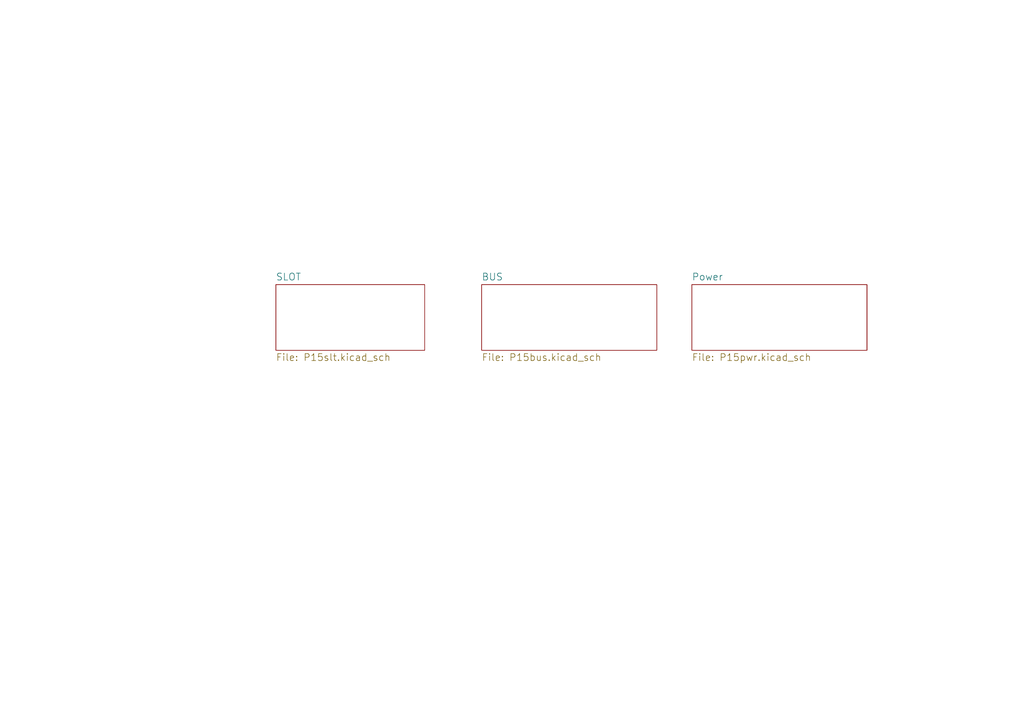
<source format=kicad_sch>
(kicad_sch
	(version 20250114)
	(generator "eeschema")
	(generator_version "9.0")
	(uuid "0dca0d35-4af6-4efb-a95b-13bd5fd2fc5a")
	(paper "A4")
	(title_block
		(title "RTB P15 Module")
		(date "2025-09-04")
		(rev "2")
		(company "Frank Schumacher")
		(comment 1 "Base board")
		(comment 4 "Licensed under the Apache License, Version 2")
	)
	(lib_symbols)
	(sheet
		(at 80.01 82.55)
		(size 43.18 19.05)
		(exclude_from_sim no)
		(in_bom yes)
		(on_board yes)
		(dnp no)
		(fields_autoplaced yes)
		(stroke
			(width 0)
			(type solid)
		)
		(fill
			(color 0 0 0 0.0000)
		)
		(uuid "00000000-0000-0000-0000-00005b6e0562")
		(property "Sheetname" "SLOT"
			(at 80.01 81.4701 0)
			(effects
				(font
					(size 2.0066 2.0066)
				)
				(justify left bottom)
			)
		)
		(property "Sheetfile" "P15slt.kicad_sch"
			(at 80.01 102.4792 0)
			(effects
				(font
					(size 2.0066 2.0066)
				)
				(justify left top)
			)
		)
		(instances
			(project "P15"
				(path "/0dca0d35-4af6-4efb-a95b-13bd5fd2fc5a"
					(page "2")
				)
			)
		)
	)
	(sheet
		(at 139.7 82.55)
		(size 50.8 19.05)
		(exclude_from_sim no)
		(in_bom yes)
		(on_board yes)
		(dnp no)
		(fields_autoplaced yes)
		(stroke
			(width 0)
			(type solid)
		)
		(fill
			(color 0 0 0 0.0000)
		)
		(uuid "00000000-0000-0000-0000-00005bbd98c6")
		(property "Sheetname" "BUS"
			(at 139.7 81.4701 0)
			(effects
				(font
					(size 2.0066 2.0066)
				)
				(justify left bottom)
			)
		)
		(property "Sheetfile" "P15bus.kicad_sch"
			(at 139.7 102.4792 0)
			(effects
				(font
					(size 2.0066 2.0066)
				)
				(justify left top)
			)
		)
		(instances
			(project "P15"
				(path "/0dca0d35-4af6-4efb-a95b-13bd5fd2fc5a"
					(page "3")
				)
			)
		)
	)
	(sheet
		(at 200.66 82.55)
		(size 50.8 19.05)
		(exclude_from_sim no)
		(in_bom yes)
		(on_board yes)
		(dnp no)
		(fields_autoplaced yes)
		(stroke
			(width 0)
			(type solid)
		)
		(fill
			(color 0 0 0 0.0000)
		)
		(uuid "00000000-0000-0000-0000-00005ca7768a")
		(property "Sheetname" "Power"
			(at 200.66 81.4701 0)
			(effects
				(font
					(size 2.0066 2.0066)
				)
				(justify left bottom)
			)
		)
		(property "Sheetfile" "P15pwr.kicad_sch"
			(at 200.66 102.4792 0)
			(effects
				(font
					(size 2.0066 2.0066)
				)
				(justify left top)
			)
		)
		(instances
			(project "P15"
				(path "/0dca0d35-4af6-4efb-a95b-13bd5fd2fc5a"
					(page "4")
				)
			)
		)
	)
	(sheet_instances
		(path "/"
			(page "1")
		)
	)
	(embedded_fonts no)
)

</source>
